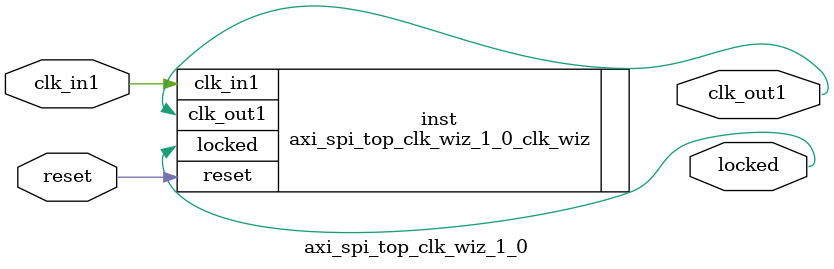
<source format=v>


`timescale 1ps/1ps

(* CORE_GENERATION_INFO = "axi_spi_top_clk_wiz_1_0,clk_wiz_v6_0_0_0,{component_name=axi_spi_top_clk_wiz_1_0,use_phase_alignment=true,use_min_o_jitter=false,use_max_i_jitter=false,use_dyn_phase_shift=false,use_inclk_switchover=false,use_dyn_reconfig=false,enable_axi=0,feedback_source=FDBK_AUTO,PRIMITIVE=MMCM,num_out_clk=1,clkin1_period=8.000,clkin2_period=10.000,use_power_down=false,use_reset=true,use_locked=true,use_inclk_stopped=false,feedback_type=SINGLE,CLOCK_MGR_TYPE=NA,manual_override=false}" *)

module axi_spi_top_clk_wiz_1_0 
 (
  // Clock out ports
  output        clk_out1,
  // Status and control signals
  input         reset,
  output        locked,
 // Clock in ports
  input         clk_in1
 );

  axi_spi_top_clk_wiz_1_0_clk_wiz inst
  (
  // Clock out ports  
  .clk_out1(clk_out1),
  // Status and control signals               
  .reset(reset), 
  .locked(locked),
 // Clock in ports
  .clk_in1(clk_in1)
  );

endmodule

</source>
